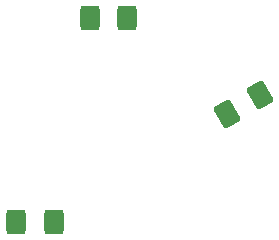
<source format=gbr>
%TF.GenerationSoftware,KiCad,Pcbnew,8.0.8*%
%TF.CreationDate,2025-04-07T01:54:08-03:00*%
%TF.ProjectId,Sao_CashBag,53616f5f-4361-4736-9842-61672e6b6963,rev?*%
%TF.SameCoordinates,Original*%
%TF.FileFunction,Paste,Top*%
%TF.FilePolarity,Positive*%
%FSLAX46Y46*%
G04 Gerber Fmt 4.6, Leading zero omitted, Abs format (unit mm)*
G04 Created by KiCad (PCBNEW 8.0.8) date 2025-04-07 01:54:08*
%MOMM*%
%LPD*%
G01*
G04 APERTURE LIST*
G04 Aperture macros list*
%AMRoundRect*
0 Rectangle with rounded corners*
0 $1 Rounding radius*
0 $2 $3 $4 $5 $6 $7 $8 $9 X,Y pos of 4 corners*
0 Add a 4 corners polygon primitive as box body*
4,1,4,$2,$3,$4,$5,$6,$7,$8,$9,$2,$3,0*
0 Add four circle primitives for the rounded corners*
1,1,$1+$1,$2,$3*
1,1,$1+$1,$4,$5*
1,1,$1+$1,$6,$7*
1,1,$1+$1,$8,$9*
0 Add four rect primitives between the rounded corners*
20,1,$1+$1,$2,$3,$4,$5,0*
20,1,$1+$1,$4,$5,$6,$7,0*
20,1,$1+$1,$6,$7,$8,$9,0*
20,1,$1+$1,$8,$9,$2,$3,0*%
G04 Aperture macros list end*
%ADD10RoundRect,0.285088X-0.074296X-0.926139X0.839208X-0.398727X0.074296X0.926139X-0.839208X0.398727X0*%
%ADD11RoundRect,0.285088X0.527412X0.764912X-0.527412X0.764912X-0.527412X-0.764912X0.527412X-0.764912X0*%
G04 APERTURE END LIST*
D10*
%TO.C,D2*%
X131936853Y-127462943D03*
X134686483Y-125875443D03*
%TD*%
D11*
%TO.C,D3*%
X117258486Y-136577257D03*
X114083486Y-136577257D03*
%TD*%
%TO.C,D1*%
X123497616Y-119328931D03*
X120322616Y-119328931D03*
%TD*%
M02*

</source>
